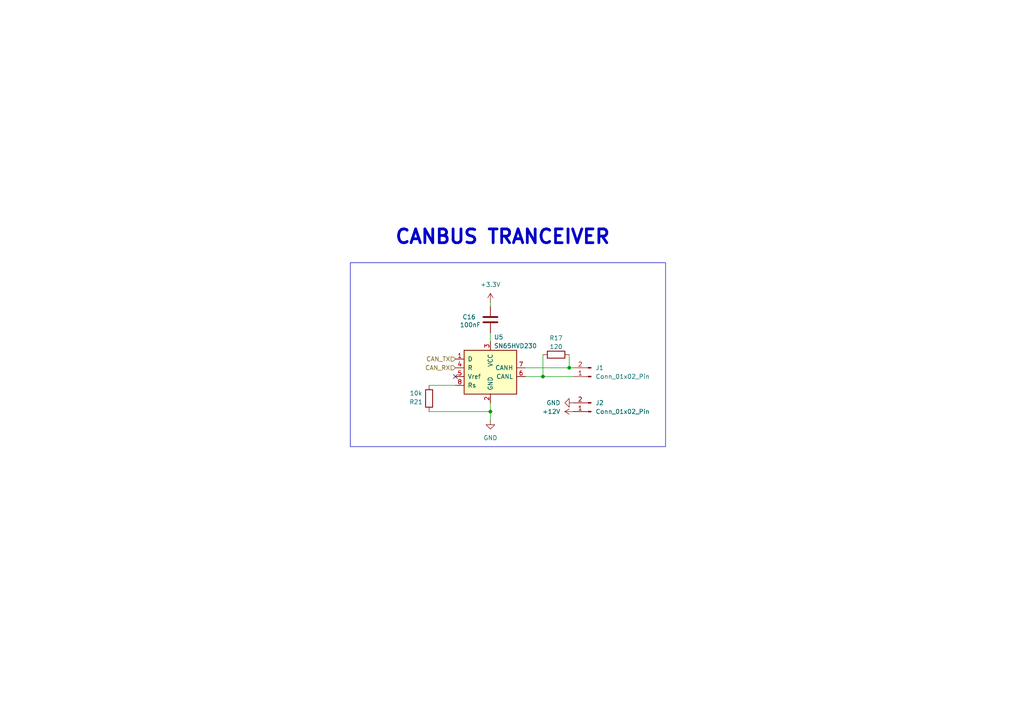
<source format=kicad_sch>
(kicad_sch (version 20231120) (generator "eeschema") (generator_version "8.0")
  (paper "A4")
  (lib_symbols
    (symbol "Connector:Conn_01x02_Pin" (pin_names (offset 1.016) hide)
      (property "Reference" "J" (at 0 2.54 0))
      (property "Value" "Conn_01x02_Pin" (at 0 -5.08 0))
      (symbol "Conn_01x02_Pin_1_1"
        (polyline (pts (xy 1.27 -2.54) (xy 0.8636 -2.54)) (stroke (width 0.1524)))
        (polyline (pts (xy 1.27 0) (xy 0.8636 0)) (stroke (width 0.1524)))
        (rectangle (start 0.8636 -2.413) (end 0 -2.667) (stroke (width 0.1524)) (fill (type outline)))
        (rectangle (start 0.8636 0.127) (end 0 -0.127) (stroke (width 0.1524)) (fill (type outline)))
        (pin passive line (at 5.08 0 180) (length 3.81) (name "Pin_1") (number "1"))
        (pin passive line (at 5.08 -2.54 180) (length 3.81) (name "Pin_2") (number "2"))
      )
    )
    (symbol "Device:C" (pin_numbers hide) (pin_names (offset 0.254))
      (property "Reference" "C" (at 0.635 2.54 0))
      (property "Value" "C" (at 0.635 -2.54 0))
      (symbol "C_0_1"
        (polyline (pts (xy -2.032 -0.762) (xy 2.032 -0.762)) (stroke (width 0.508)))
        (polyline (pts (xy -2.032 0.762) (xy 2.032 0.762)) (stroke (width 0.508)))
      )
      (symbol "C_1_1"
        (pin passive line (at 0 3.81 270) (length 2.794) (name "~") (number "1"))
        (pin passive line (at 0 -3.81 90) (length 2.794) (name "~") (number "2"))
      )
    )
    (symbol "Device:R" (pin_numbers hide) (pin_names (offset 0))
      (property "Reference" "R" (at 2.032 0 90))
      (property "Value" "R" (at 0 0 90))
      (symbol "R_0_1"
        (rectangle (start -1.016 -2.54) (end 1.016 2.54) (stroke (width 0.254)))
      )
      (symbol "R_1_1"
        (pin passive line (at 0 3.81 270) (length 1.27) (name "~") (number "1"))
        (pin passive line (at 0 -3.81 90) (length 1.27) (name "~") (number "2"))
      )
    )
    (symbol "Interface_CAN_LIN:SN65HVD230" (pin_names (offset 1.016))
      (property "Reference" "U" (at -2.54 10.16 0))
      (property "Value" "SN65HVD230" (at -2.54 7.62 0))
      (symbol "SN65HVD230_0_1"
        (rectangle (start -7.62 5.08) (end 7.62 -7.62) (stroke (width 0.254)) (fill (type background)))
      )
      (symbol "SN65HVD230_1_1"
        (pin input line (at -10.16 2.54 0) (length 2.54) (name "D") (number "1"))
        (pin power_in line (at 0 -10.16 90) (length 2.54) (name "GND") (number "2"))
        (pin power_in line (at 0 7.62 270) (length 2.54) (name "VCC") (number "3"))
        (pin output line (at -10.16 0 0) (length 2.54) (name "R") (number "4"))
        (pin output line (at -10.16 -2.54 0) (length 2.54) (name "Vref") (number "5"))
        (pin bidirectional line (at 10.16 -2.54 180) (length 2.54) (name "CANL") (number "6"))
        (pin bidirectional line (at 10.16 0 180) (length 2.54) (name "CANH") (number "7"))
        (pin input line (at -10.16 -5.08 0) (length 2.54) (name "Rs") (number "8"))
      )
    )
    (symbol "power:+12V" (power) (pin_numbers hide) (pin_names (offset 0) hide)
      (property "Value" "+12V" (at 0 3.556 0))
      (symbol "+12V_0_1"
        (polyline (pts (xy -0.762 1.27) (xy 0 2.54)))
        (polyline (pts (xy 0 0) (xy 0 2.54)))
        (polyline (pts (xy 0 2.54) (xy 0.762 1.27)))
      )
      (symbol "+12V_1_1"
        (pin power_in line (at 0 0 90) (length 0) (name "~") (number "1"))
      )
    )
    (symbol "power:+3.3V" (power) (pin_numbers hide) (pin_names (offset 0) hide)
      (property "Value" "+3.3V" (at 0 3.556 0))
      (symbol "+3.3V_0_1"
        (polyline (pts (xy -0.762 1.27) (xy 0 2.54)))
        (polyline (pts (xy 0 0) (xy 0 2.54)))
        (polyline (pts (xy 0 2.54) (xy 0.762 1.27)))
      )
      (symbol "+3.3V_1_1"
        (pin power_in line (at 0 0 90) (length 0) (name "~") (number "1"))
      )
    )
    (symbol "power:GND" (power) (pin_numbers hide) (pin_names (offset 0) hide)
      (property "Value" "GND" (at 0 -3.81 0))
      (symbol "GND_0_1"
        (polyline (pts (xy 0 0) (xy 0 -1.27) (xy 1.27 -1.27) (xy 0 -2.54) (xy -1.27 -1.27) (xy 0 -1.27)))
      )
      (symbol "GND_1_1"
        (pin power_in line (at 0 0 270) (length 0) (name "~") (number "1"))
      )
    )
  )
  (junction (at 157.48 109.22))
  (junction (at 165.1 106.68))
  (junction (at 142.24 119.38))
  (no_connect (at 132.08 109.22))
  (wire (pts (xy 152.4 106.68) (xy 165.1 106.68)))
  (wire (pts (xy 165.1 106.68) (xy 166.37 106.68)))
  (wire (pts (xy 142.24 119.38) (xy 142.24 116.84)))
  (wire (pts (xy 152.4 109.22) (xy 157.48 109.22)))
  (wire (pts (xy 165.1 102.87) (xy 165.1 106.68)))
  (wire (pts (xy 157.48 109.22) (xy 166.37 109.22)))
  (wire (pts (xy 142.24 96.52) (xy 142.24 99.06)))
  (wire (pts (xy 142.24 121.92) (xy 142.24 119.38)))
  (wire (pts (xy 124.46 111.76) (xy 132.08 111.76)))
  (wire (pts (xy 142.24 87.63) (xy 142.24 88.9)))
  (wire (pts (xy 124.46 119.38) (xy 142.24 119.38)))
  (wire (pts (xy 157.48 102.87) (xy 157.48 109.22)))
  (rectangle (start 101.6 76.2) (end 193.04 129.54))
  (text "CANBUS TRANCEIVER\n" (at 145.796 68.834 0) (effects (font (size 4 4) (thickness 0.8) (bold yes))))
  (hierarchical_label "CAN_TX" (shape input) (at 132.08 104.14 180))
  (hierarchical_label "CAN_RX" (shape input) (at 132.08 106.68 180))
  (symbol (lib_id "Device:R") (at 124.46 115.57 180) (unit 1)
    (property "Reference" "R21" (at 120.65 116.586 0))
    (property "Value" "10k" (at 120.65 114.046 0))
    (property "Footprint" "Resistor_SMD:R_0603_1608Metric" (effects (hide yes)))
    (property "Description" "Resistor" (effects (hide yes)))
  )
  (symbol (lib_id "power:GND") (at 142.24 121.92 0) (unit 1)
    (property "Reference" "#PWR037" (effects (hide yes)))
    (property "Value" "GND" (at 142.24 127 0))
    (property "Description" "Power symbol creates a global label with name \"GND\" , ground" (effects (hide yes)))
  )
  (symbol (lib_id "Interface_CAN_LIN:SN65HVD230") (at 142.24 106.68 0) (unit 1)
    (property "Reference" "U5" (at 143.256 97.79 0) (effects (justify left)))
    (property "Value" "SN65HVD230" (at 143.256 100.33 0) (effects (justify left)))
    (property "Footprint" "Package_SO:SOIC-8_3.9x4.9mm_P1.27mm" (effects (hide yes)))
    (property "Datasheet" "http://www.ti.com/lit/ds/symlink/sn65hvd230.pdf" (effects (hide yes)))
    (property "Description" "CAN Bus Transceivers, 3.3V, 1Mbps, Low-Power capabilities, SOIC-8" (effects (hide yes)))
  )
  (symbol (lib_id "Connector:Conn_01x02_Pin") (at 171.45 109.22 180) (unit 1)
    (property "Reference" "J1" (at 172.72 106.6799 0) (effects (justify right)))
    (property "Value" "Conn_01x02_Pin" (at 172.72 109.2199 0) (effects (justify right)))
    (property "Footprint" "Connector_JST:JST_XH_B2B-XH-A_1x02_P2.50mm_Vertical" (effects (hide yes)))
    (property "Description" "Generic connector, single row, 01x02, script generated" (effects (hide yes)))
  )
  (symbol (lib_id "Connector:Conn_01x02_Pin") (at 171.45 119.38 180) (unit 1)
    (property "Reference" "J2" (at 172.72 116.8399 0) (effects (justify right)))
    (property "Value" "Conn_01x02_Pin" (at 172.72 119.3799 0) (effects (justify right)))
    (property "Footprint" "Connector_JST:JST_XH_B2B-XH-A_1x02_P2.50mm_Vertical" (effects (hide yes)))
    (property "Description" "Generic connector, single row, 01x02, script generated" (effects (hide yes)))
  )
  (symbol (lib_id "power:GND") (at 166.37 116.84 270) (unit 1)
    (property "Reference" "#PWR08" (effects (hide yes)))
    (property "Value" "GND" (at 162.56 116.8401 90) (effects (justify right)))
    (property "Description" "Power symbol creates a global label with name \"GND\" , ground" (effects (hide yes)))
  )
  (symbol (lib_id "Device:R") (at 161.29 102.87 90) (unit 1)
    (property "Reference" "R17" (at 161.29 98.044 90))
    (property "Value" "120" (at 161.29 100.584 90))
    (property "Footprint" "Resistor_SMD:R_0603_1608Metric" (effects (hide yes)))
    (property "Description" "Resistor" (effects (hide yes)))
  )
  (symbol (lib_id "Device:C") (at 142.24 92.71 0) (unit 1)
    (property "Reference" "C16" (at 134.112 91.948 0) (effects (justify left)))
    (property "Value" "100nF" (at 133.35 94.234 0) (effects (justify left)))
    (property "Footprint" "Capacitor_SMD:C_0603_1608Metric" (effects (hide yes)))
    (property "Description" "Unpolarized capacitor" (effects (hide yes)))
  )
  (symbol (lib_id "power:+12V") (at 166.37 119.38 90) (unit 1)
    (property "Reference" "#PWR09" (effects (hide yes)))
    (property "Value" "+12V" (at 162.56 119.3801 90) (effects (justify left)))
    (property "Description" "Power symbol creates a global label with name \"+12V\"" (effects (hide yes)))
  )
  (symbol (lib_id "power:+3.3V") (at 142.24 87.63 0) (unit 1)
    (property "Reference" "#PWR038" (effects (hide yes)))
    (property "Value" "+3.3V" (at 142.24 82.55 0))
    (property "Description" "Power symbol creates a global label with name \"+3.3V\"" (effects (hide yes)))
  )
)
</source>
